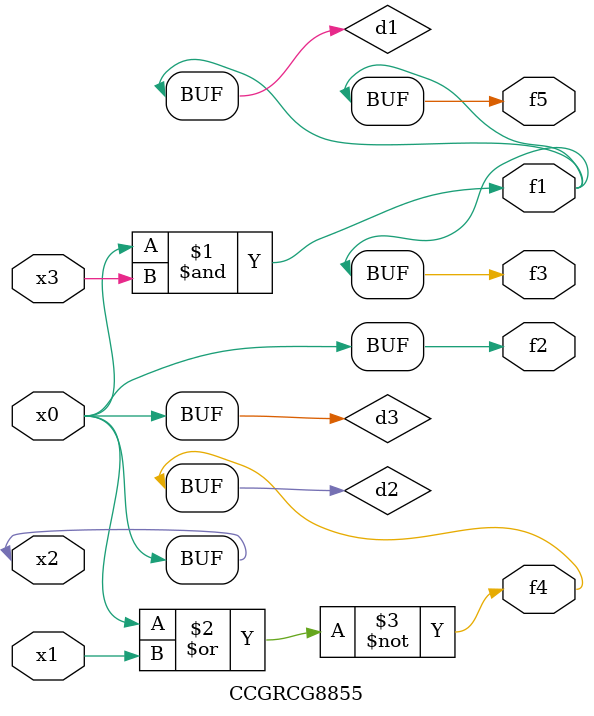
<source format=v>
module CCGRCG8855(
	input x0, x1, x2, x3,
	output f1, f2, f3, f4, f5
);

	wire d1, d2, d3;

	and (d1, x2, x3);
	nor (d2, x0, x1);
	buf (d3, x0, x2);
	assign f1 = d1;
	assign f2 = d3;
	assign f3 = d1;
	assign f4 = d2;
	assign f5 = d1;
endmodule

</source>
